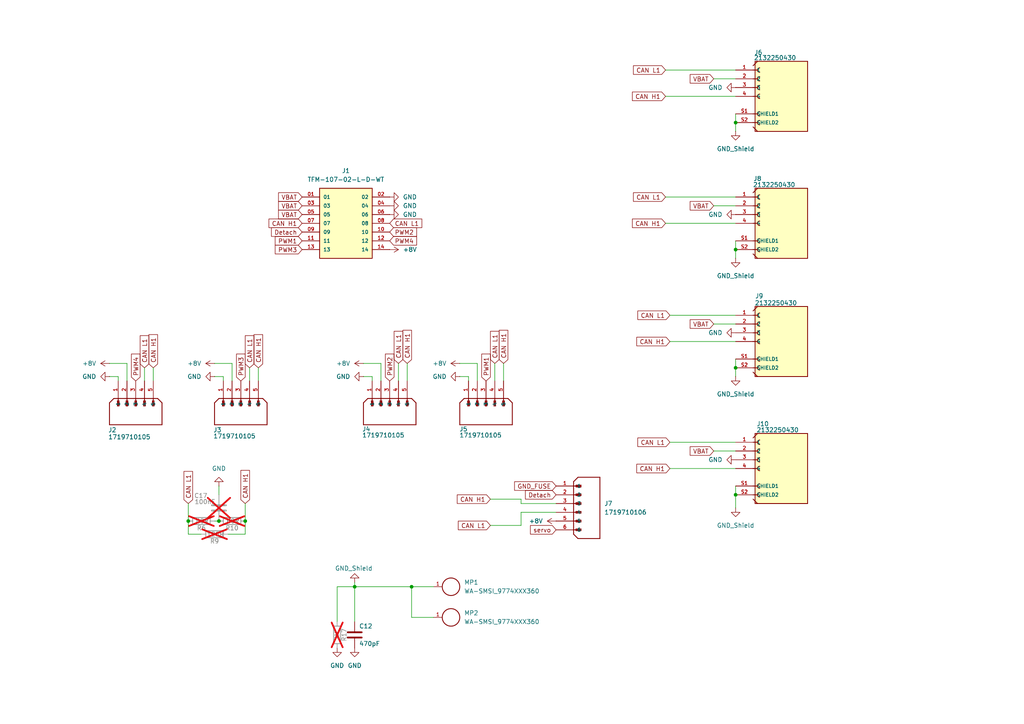
<source format=kicad_sch>
(kicad_sch (version 20231120) (generator "eeschema") (generator_version "8.0")
  (paper "A4")
  (title_block (title "PDB1.2") (date "2024-09-04") (rev "V1.2"))
  (lib_symbols
    (symbol "1719710105:1719710105" (pin_names (offset 1.016))
      (property "Reference" "J" (at 0 8.89 0))
      (property "Value" "1719710105" (at 0 -10.16 0))
      (symbol "1719710105_0_0"
        (polyline (pts (xy 0 -6.35) (xy 1.27 -7.62)) (stroke (width 0.254)))
        (polyline (pts (xy 0 -5.08) (xy 1.905 -5.08)) (stroke (width 0.254)))
        (polyline (pts (xy 0 -2.54) (xy 1.905 -2.54)) (stroke (width 0.254)))
        (polyline (pts (xy 0 0) (xy 1.905 0)) (stroke (width 0.254)))
        (polyline (pts (xy 0 2.54) (xy 1.905 2.54)) (stroke (width 0.254)))
        (polyline (pts (xy 0 5.08) (xy 0 -6.35)) (stroke (width 0.254)))
        (polyline (pts (xy 0 5.08) (xy 1.905 5.08)) (stroke (width 0.254)))
        (polyline (pts (xy 0 6.35) (xy 0 5.08)) (stroke (width 0.254)))
        (polyline (pts (xy 0 6.35) (xy 1.27 7.62)) (stroke (width 0.254)))
        (polyline (pts (xy 1.27 -7.62) (xy 7.62 -7.62)) (stroke (width 0.254)))
        (polyline (pts (xy 7.62 -7.62) (xy 7.62 7.62)) (stroke (width 0.254)))
        (polyline (pts (xy 7.62 7.62) (xy 1.27 7.62)) (stroke (width 0.254)))
        (rectangle (start 0.635 -5.3975) (end 2.2225 -4.7625) (stroke (width 0.1)) (fill (type outline)))
        (rectangle (start 0.635 -2.8575) (end 2.2225 -2.2225) (stroke (width 0.1)) (fill (type outline)))
        (rectangle (start 0.635 -0.3175) (end 2.2225 0.3175) (stroke (width 0.1)) (fill (type outline)))
        (rectangle (start 0.635 2.2225) (end 2.2225 2.8575) (stroke (width 0.1)) (fill (type outline)))
        (rectangle (start 0.635 4.7625) (end 2.2225 5.3975) (stroke (width 0.1)) (fill (type outline)))
        (pin passive line (at -5.08 5.08 0) (length 5.08) (name "1") (number "1"))
        (pin passive line (at -5.08 2.54 0) (length 5.08) (name "2") (number "2"))
        (pin passive line (at -5.08 0 0) (length 5.08) (name "3") (number "3"))
        (pin passive line (at -5.08 -2.54 0) (length 5.08) (name "4") (number "4"))
        (pin passive line (at -5.08 -5.08 0) (length 5.08) (name "5") (number "5"))
      )
    )
    (symbol "1719710106:1719710106" (pin_names (offset 1.016))
      (property "Reference" "J" (at 0 8.89 0))
      (property "Value" "1719710106" (at 0 -12.7 0))
      (symbol "1719710106_0_0"
        (polyline (pts (xy 0 -8.89) (xy 1.27 -10.16)) (stroke (width 0.254)))
        (polyline (pts (xy 0 -7.62) (xy 1.905 -7.62)) (stroke (width 0.254)))
        (polyline (pts (xy 0 -5.08) (xy 1.905 -5.08)) (stroke (width 0.254)))
        (polyline (pts (xy 0 -2.54) (xy 1.905 -2.54)) (stroke (width 0.254)))
        (polyline (pts (xy 0 0) (xy 1.905 0)) (stroke (width 0.254)))
        (polyline (pts (xy 0 2.54) (xy 1.905 2.54)) (stroke (width 0.254)))
        (polyline (pts (xy 0 5.08) (xy 0 -8.89)) (stroke (width 0.254)))
        (polyline (pts (xy 0 5.08) (xy 1.905 5.08)) (stroke (width 0.254)))
        (polyline (pts (xy 0 6.35) (xy 0 5.08)) (stroke (width 0.254)))
        (polyline (pts (xy 0 6.35) (xy 1.27 7.62)) (stroke (width 0.254)))
        (polyline (pts (xy 1.27 -10.16) (xy 7.62 -10.16)) (stroke (width 0.254)))
        (polyline (pts (xy 7.62 -10.16) (xy 7.62 7.62)) (stroke (width 0.254)))
        (polyline (pts (xy 7.62 7.62) (xy 1.27 7.62)) (stroke (width 0.254)))
        (rectangle (start 0.635 -7.9375) (end 2.2225 -7.3025) (stroke (width 0.1)) (fill (type outline)))
        (rectangle (start 0.635 -5.3975) (end 2.2225 -4.7625) (stroke (width 0.1)) (fill (type outline)))
        (rectangle (start 0.635 -2.8575) (end 2.2225 -2.2225) (stroke (width 0.1)) (fill (type outline)))
        (rectangle (start 0.635 -0.3175) (end 2.2225 0.3175) (stroke (width 0.1)) (fill (type outline)))
        (rectangle (start 0.635 2.2225) (end 2.2225 2.8575) (stroke (width 0.1)) (fill (type outline)))
        (rectangle (start 0.635 4.7625) (end 2.2225 5.3975) (stroke (width 0.1)) (fill (type outline)))
        (pin passive line (at -5.08 5.08 0) (length 5.08) (name "1") (number "1"))
        (pin passive line (at -5.08 2.54 0) (length 5.08) (name "2") (number "2"))
        (pin passive line (at -5.08 0 0) (length 5.08) (name "3") (number "3"))
        (pin passive line (at -5.08 -2.54 0) (length 5.08) (name "4") (number "4"))
        (pin passive line (at -5.08 -5.08 0) (length 5.08) (name "5") (number "5"))
        (pin passive line (at -5.08 -7.62 0) (length 5.08) (name "6") (number "6"))
      )
    )
    (symbol "2132250430:2132250430" (pin_names (offset 1.016))
      (property "Reference" "J" (at -7.62 11.43 0))
      (property "Value" "2132250430" (at -7.62 -12.7 0))
      (symbol "2132250430_0_0"
        (rectangle (start -8.1817 -10.16) (end 7.0583 10.16) (stroke (width 0.254)) (fill (type background)))
        (polyline (pts (xy 6.35 10.16) (xy 7.62 8.89)) (stroke (width 0.254)))
        (polyline (pts (xy 7.62 -8.89) (xy 6.35 -10.16)) (stroke (width 0.254)))
        (polyline (pts (xy 7.62 -7.62) (xy 6.35 -7.62)) (stroke (width 0.254)))
        (polyline (pts (xy 7.62 -5.08) (xy 6.35 -5.08)) (stroke (width 0.254)))
        (polyline (pts (xy 7.62 0) (xy 6.35 0)) (stroke (width 0.254)))
        (polyline (pts (xy 7.62 2.54) (xy 6.35 2.54)) (stroke (width 0.254)))
        (polyline (pts (xy 7.62 5.08) (xy 6.35 5.08)) (stroke (width 0.254)))
        (polyline (pts (xy 7.62 7.62) (xy 6.35 7.62)) (stroke (width 0.254)))
        (arc (start 5.715 -8.255) (mid 6.3472 -7.62) (end 5.715 -6.985) (stroke (width 0.254)))
        (arc (start 5.715 -5.715) (mid 6.3472 -5.08) (end 5.715 -4.445) (stroke (width 0.254)))
        (arc (start 5.715 -0.635) (mid 6.3472 0) (end 5.715 0.635) (stroke (width 0.254)))
        (arc (start 5.715 1.905) (mid 6.3472 2.54) (end 5.715 3.175) (stroke (width 0.254)))
        (arc (start 5.715 4.445) (mid 6.3472 5.08) (end 5.715 5.715) (stroke (width 0.254)))
        (arc (start 5.715 6.985) (mid 6.3472 7.62) (end 5.715 8.255) (stroke (width 0.254)))
        (pin passive line (at 12.7 7.62 180) (length 5.08) (name "1") (number "1"))
        (pin passive line (at 12.7 5.08 180) (length 5.08) (name "2") (number "2"))
        (pin passive line (at 12.7 2.54 180) (length 5.08) (name "3") (number "3"))
        (pin passive line (at 12.7 0 180) (length 5.08) (name "4") (number "4"))
        (pin passive line (at 12.7 -5.08 180) (length 5.08) (name "SHIELD1") (number "S1"))
        (pin passive line (at 12.7 -7.62 180) (length 5.08) (name "SHIELD2") (number "S2"))
      )
    )
    (symbol "9774120360R:WA-SMSI_9774XXX360" (pin_names (offset 1.016))
      (property "Reference" "MP" (at 0 3.556 0))
      (symbol "WA-SMSI_9774XXX360_0_0"
        (circle (center 0 0) (radius 2.54) (stroke (width 0.254)))
        (pin passive line (at -5.08 0 0) (length 2.54) (name "~") (number "1"))
      )
    )
    (symbol "Device:C" (pin_numbers hide) (pin_names (offset 0.254))
      (property "Reference" "C" (at 0.635 2.54 0))
      (property "Value" "C" (at 0.635 -2.54 0))
      (symbol "C_0_1"
        (polyline (pts (xy -2.032 -0.762) (xy 2.032 -0.762)) (stroke (width 0.508)))
        (polyline (pts (xy -2.032 0.762) (xy 2.032 0.762)) (stroke (width 0.508)))
      )
      (symbol "C_1_1"
        (pin passive line (at 0 3.81 270) (length 2.794) (name "~") (number "1"))
        (pin passive line (at 0 -3.81 90) (length 2.794) (name "~") (number "2"))
      )
    )
    (symbol "Device:R" (pin_numbers hide) (pin_names (offset 0))
      (property "Reference" "R" (at 2.032 0 90))
      (property "Value" "R" (at 0 0 90))
      (symbol "R_0_1"
        (rectangle (start -1.016 -2.54) (end 1.016 2.54) (stroke (width 0.254)))
      )
      (symbol "R_1_1"
        (pin passive line (at 0 3.81 270) (length 1.27) (name "~") (number "1"))
        (pin passive line (at 0 -3.81 90) (length 1.27) (name "~") (number "2"))
      )
    )
    (symbol "GND_1" (power) (pin_numbers hide) (pin_names (offset 0) hide)
      (property "Value" "GND" (at 0 -3.81 0))
      (symbol "GND_1_0_1"
        (polyline (pts (xy 0 0) (xy 0 -1.27) (xy 1.27 -1.27) (xy 0 -2.54) (xy -1.27 -1.27) (xy 0 -1.27)))
      )
      (symbol "GND_1_1_1"
        (pin power_in line (at 0 0 270) (length 0) (name "~") (number "1"))
      )
    )
    (symbol "TFM-107-02-L-D-WT:TFM-107-02-L-D-WT" (pin_names (offset 1.016))
      (property "Reference" "J" (at -8.12 11.276 0))
      (property "Value" "TFM-107-02-L-D-WT" (at -7.62 -12.7 0))
      (symbol "TFM-107-02-L-D-WT_0_0"
        (rectangle (start -7.62 -10.16) (end 7.62 10.16) (stroke (width 0.254)) (fill (type background)))
        (pin passive line (at -12.7 7.62 0) (length 5.08) (name "01") (number "01"))
        (pin passive line (at 12.7 7.62 180) (length 5.08) (name "02") (number "02"))
        (pin passive line (at -12.7 5.08 0) (length 5.08) (name "03") (number "03"))
        (pin passive line (at 12.7 5.08 180) (length 5.08) (name "04") (number "04"))
        (pin passive line (at -12.7 2.54 0) (length 5.08) (name "05") (number "05"))
        (pin passive line (at 12.7 2.54 180) (length 5.08) (name "06") (number "06"))
        (pin passive line (at -12.7 0 0) (length 5.08) (name "07") (number "07"))
        (pin passive line (at 12.7 0 180) (length 5.08) (name "08") (number "08"))
        (pin passive line (at -12.7 -2.54 0) (length 5.08) (name "09") (number "09"))
        (pin passive line (at 12.7 -2.54 180) (length 5.08) (name "10") (number "10"))
        (pin passive line (at -12.7 -5.08 0) (length 5.08) (name "11") (number "11"))
        (pin passive line (at 12.7 -5.08 180) (length 5.08) (name "12") (number "12"))
        (pin passive line (at -12.7 -7.62 0) (length 5.08) (name "13") (number "13"))
        (pin passive line (at 12.7 -7.62 180) (length 5.08) (name "14") (number "14"))
      )
    )
    (symbol "power:+8V" (power) (pin_numbers hide) (pin_names (offset 0) hide)
      (property "Value" "+8V" (at 0 3.556 0))
      (symbol "+8V_0_1"
        (polyline (pts (xy -0.762 1.27) (xy 0 2.54)))
        (polyline (pts (xy 0 0) (xy 0 2.54)))
        (polyline (pts (xy 0 2.54) (xy 0.762 1.27)))
      )
      (symbol "+8V_1_1"
        (pin power_in line (at 0 0 90) (length 0) (name "~") (number "1"))
      )
    )
  )
  (junction (at 119.38 170.18))
  (junction (at 71.12 151.13))
  (junction (at 213.36 106.68))
  (junction (at 54.61 151.13))
  (junction (at 102.87 170.18))
  (junction (at 63.5 151.13))
  (junction (at 213.36 143.51))
  (junction (at 213.36 35.56))
  (junction (at 213.36 72.39))
  (wire (pts (xy 58.42 154.94) (xy 54.61 154.94)))
  (wire (pts (xy 151.13 152.4) (xy 151.13 148.59)))
  (wire (pts (xy 62.23 151.13) (xy 63.5 151.13)))
  (wire (pts (xy 71.12 154.94) (xy 66.04 154.94)))
  (wire (pts (xy 97.79 170.18) (xy 102.87 170.18)))
  (wire (pts (xy 118.11 105.41) (xy 118.11 110.49)))
  (wire (pts (xy 151.13 144.78) (xy 151.13 146.05)))
  (wire (pts (xy 194.31 99.06) (xy 213.36 99.06)))
  (wire (pts (xy 110.49 105.41) (xy 110.49 110.49)))
  (wire (pts (xy 31.75 109.22) (xy 34.29 109.22)))
  (wire (pts (xy 151.13 146.05) (xy 161.29 146.05)))
  (wire (pts (xy 64.77 109.22) (xy 64.77 110.49)))
  (wire (pts (xy 71.12 146.05) (xy 71.12 151.13)))
  (wire (pts (xy 193.04 57.15) (xy 213.36 57.15)))
  (wire (pts (xy 194.31 128.27) (xy 213.36 128.27)))
  (wire (pts (xy 133.35 105.41) (xy 138.43 105.41)))
  (wire (pts (xy 142.24 152.4) (xy 151.13 152.4)))
  (wire (pts (xy 102.87 170.18) (xy 102.87 180.34)))
  (wire (pts (xy 194.31 91.44) (xy 213.36 91.44)))
  (wire (pts (xy 54.61 151.13) (xy 54.61 154.94)))
  (wire (pts (xy 207.01 130.81) (xy 213.36 130.81)))
  (wire (pts (xy 207.01 22.86) (xy 213.36 22.86)))
  (wire (pts (xy 63.5 140.97) (xy 63.5 143.51)))
  (wire (pts (xy 74.93 106.68) (xy 74.93 110.49)))
  (wire (pts (xy 213.36 104.14) (xy 213.36 106.68)))
  (wire (pts (xy 207.01 59.69) (xy 213.36 59.69)))
  (wire (pts (xy 135.89 109.22) (xy 135.89 110.49)))
  (wire (pts (xy 102.87 168.91) (xy 102.87 170.18)))
  (wire (pts (xy 119.38 170.18) (xy 125.73 170.18)))
  (wire (pts (xy 71.12 151.13) (xy 71.12 154.94)))
  (wire (pts (xy 107.95 109.22) (xy 107.95 110.49)))
  (wire (pts (xy 213.36 147.32) (xy 213.36 143.51)))
  (wire (pts (xy 193.04 64.77) (xy 213.36 64.77)))
  (wire (pts (xy 213.36 35.56) (xy 213.36 38.1)))
  (wire (pts (xy 143.51 105.41) (xy 143.51 110.49)))
  (wire (pts (xy 31.75 105.41) (xy 36.83 105.41)))
  (wire (pts (xy 194.31 135.89) (xy 213.36 135.89)))
  (wire (pts (xy 105.41 109.22) (xy 107.95 109.22)))
  (wire (pts (xy 62.23 105.41) (xy 67.31 105.41)))
  (wire (pts (xy 41.91 106.68) (xy 41.91 110.49)))
  (wire (pts (xy 142.24 144.78) (xy 151.13 144.78)))
  (wire (pts (xy 44.45 106.68) (xy 44.45 110.49)))
  (wire (pts (xy 146.05 105.41) (xy 146.05 110.49)))
  (wire (pts (xy 119.38 179.07) (xy 119.38 170.18)))
  (wire (pts (xy 207.01 93.98) (xy 213.36 93.98)))
  (wire (pts (xy 102.87 170.18) (xy 119.38 170.18)))
  (wire (pts (xy 34.29 109.22) (xy 34.29 110.49)))
  (wire (pts (xy 213.36 33.02) (xy 213.36 35.56)))
  (wire (pts (xy 62.23 109.22) (xy 64.77 109.22)))
  (wire (pts (xy 213.36 72.39) (xy 213.36 74.93)))
  (wire (pts (xy 54.61 146.05) (xy 54.61 151.13)))
  (wire (pts (xy 213.36 69.85) (xy 213.36 72.39)))
  (wire (pts (xy 115.57 105.41) (xy 115.57 110.49)))
  (wire (pts (xy 151.13 148.59) (xy 161.29 148.59)))
  (wire (pts (xy 36.83 105.41) (xy 36.83 110.49)))
  (wire (pts (xy 67.31 105.41) (xy 67.31 110.49)))
  (wire (pts (xy 138.43 105.41) (xy 138.43 110.49)))
  (wire (pts (xy 133.35 109.22) (xy 135.89 109.22)))
  (wire (pts (xy 193.04 27.94) (xy 213.36 27.94)))
  (wire (pts (xy 213.36 106.68) (xy 213.36 109.22)))
  (wire (pts (xy 125.73 179.07) (xy 119.38 179.07)))
  (wire (pts (xy 213.36 140.97) (xy 213.36 143.51)))
  (wire (pts (xy 105.41 105.41) (xy 110.49 105.41)))
  (wire (pts (xy 72.39 106.68) (xy 72.39 110.49)))
  (wire (pts (xy 193.04 20.32) (xy 213.36 20.32)))
  (wire (pts (xy 97.79 180.34) (xy 97.79 170.18)))
  (global_label "CAN H1" (shape input) (at 44.45 106.68 90) (property "Intersheetrefs" "${INTERSHEET_REFS}" (effects (hide yes))))
  (global_label "PWM2" (shape input) (at 113.03 67.31 0) (property "Intersheetrefs" "${INTERSHEET_REFS}" (effects (hide yes))))
  (global_label "VBAT" (shape input) (at 207.01 59.69 180) (property "Intersheetrefs" "${INTERSHEET_REFS}" (effects (hide yes))))
  (global_label "PWM1" (shape input) (at 87.63 69.85 180) (property "Intersheetrefs" "${INTERSHEET_REFS}" (effects (hide yes))))
  (global_label "CAN H1" (shape input) (at 193.04 64.77 180) (property "Intersheetrefs" "${INTERSHEET_REFS}" (effects (hide yes))))
  (global_label "CAN L1" (shape input) (at 193.04 20.32 180) (property "Intersheetrefs" "${INTERSHEET_REFS}" (effects (hide yes))))
  (global_label "VBAT" (shape input) (at 87.63 57.15 180) (property "Intersheetrefs" "${INTERSHEET_REFS}" (effects (hide yes))))
  (global_label "VBAT" (shape input) (at 207.01 22.86 180) (property "Intersheetrefs" "${INTERSHEET_REFS}" (effects (hide yes))))
  (global_label "CAN L1" (shape input) (at 194.31 128.27 180) (property "Intersheetrefs" "${INTERSHEET_REFS}" (effects (hide yes))))
  (global_label "CAN L1" (shape input) (at 72.39 106.68 90) (property "Intersheetrefs" "${INTERSHEET_REFS}" (effects (hide yes))))
  (global_label "CAN L1" (shape input) (at 113.03 64.77 0) (property "Intersheetrefs" "${INTERSHEET_REFS}" (effects (hide yes))))
  (global_label "CAN H1" (shape input) (at 142.24 144.78 180) (property "Intersheetrefs" "${INTERSHEET_REFS}" (effects (hide yes))))
  (global_label "VBAT" (shape input) (at 87.63 62.23 180) (property "Intersheetrefs" "${INTERSHEET_REFS}" (effects (hide yes))))
  (global_label "PWM2" (shape input) (at 113.03 110.49 90) (property "Intersheetrefs" "${INTERSHEET_REFS}" (effects (hide yes))))
  (global_label "VBAT" (shape input) (at 207.01 130.81 180) (property "Intersheetrefs" "${INTERSHEET_REFS}" (effects (hide yes))))
  (global_label "VBAT" (shape input) (at 207.01 93.98 180) (property "Intersheetrefs" "${INTERSHEET_REFS}" (effects (hide yes))))
  (global_label "CAN L1" (shape input) (at 115.57 105.41 90) (property "Intersheetrefs" "${INTERSHEET_REFS}" (effects (hide yes))))
  (global_label "CAN L1" (shape input) (at 143.51 105.41 90) (property "Intersheetrefs" "${INTERSHEET_REFS}" (effects (hide yes))))
  (global_label "CAN H1" (shape input) (at 193.04 27.94 180) (property "Intersheetrefs" "${INTERSHEET_REFS}" (effects (hide yes))))
  (global_label "Detach" (shape input) (at 161.29 143.51 180) (property "Intersheetrefs" "${INTERSHEET_REFS}" (effects (hide yes))))
  (global_label "CAN L1" (shape input) (at 41.91 106.68 90) (property "Intersheetrefs" "${INTERSHEET_REFS}" (effects (hide yes))))
  (global_label "GND_FUSE" (shape input) (at 161.29 140.97 180) (property "Intersheetrefs" "${INTERSHEET_REFS}" (effects (hide yes))))
  (global_label "CAN H1" (shape input) (at 194.31 99.06 180) (property "Intersheetrefs" "${INTERSHEET_REFS}" (effects (hide yes))))
  (global_label "servo" (shape input) (at 161.29 153.67 180) (property "Intersheetrefs" "${INTERSHEET_REFS}" (effects (hide yes))))
  (global_label "PWM3" (shape input) (at 87.63 72.39 180) (property "Intersheetrefs" "${INTERSHEET_REFS}" (effects (hide yes))))
  (global_label "CAN L1" (shape input) (at 54.61 146.05 90) (property "Intersheetrefs" "${INTERSHEET_REFS}" (effects (hide yes))))
  (global_label "CAN L1" (shape input) (at 194.31 91.44 180) (property "Intersheetrefs" "${INTERSHEET_REFS}" (effects (hide yes))))
  (global_label "PWM4" (shape input) (at 113.03 69.85 0) (property "Intersheetrefs" "${INTERSHEET_REFS}" (effects (hide yes))))
  (global_label "PWM3" (shape input) (at 69.85 110.49 90) (property "Intersheetrefs" "${INTERSHEET_REFS}" (effects (hide yes))))
  (global_label "CAN L1" (shape input) (at 193.04 57.15 180) (property "Intersheetrefs" "${INTERSHEET_REFS}" (effects (hide yes))))
  (global_label "PWM4" (shape input) (at 39.37 110.49 90) (property "Intersheetrefs" "${INTERSHEET_REFS}" (effects (hide yes))))
  (global_label "Detach" (shape input) (at 87.63 67.31 180) (property "Intersheetrefs" "${INTERSHEET_REFS}" (effects (hide yes))))
  (global_label "CAN H1" (shape input) (at 118.11 105.41 90) (property "Intersheetrefs" "${INTERSHEET_REFS}" (effects (hide yes))))
  (global_label "CAN H1" (shape input) (at 71.12 146.05 90) (property "Intersheetrefs" "${INTERSHEET_REFS}" (effects (hide yes))))
  (global_label "PWM1" (shape input) (at 140.97 110.49 90) (property "Intersheetrefs" "${INTERSHEET_REFS}" (effects (hide yes))))
  (global_label "CAN H1" (shape input) (at 146.05 105.41 90) (property "Intersheetrefs" "${INTERSHEET_REFS}" (effects (hide yes))))
  (global_label "CAN H1" (shape input) (at 194.31 135.89 180) (property "Intersheetrefs" "${INTERSHEET_REFS}" (effects (hide yes))))
  (global_label "VBAT" (shape input) (at 87.63 59.69 180) (property "Intersheetrefs" "${INTERSHEET_REFS}" (effects (hide yes))))
  (global_label "CAN H1" (shape input) (at 74.93 106.68 90) (property "Intersheetrefs" "${INTERSHEET_REFS}" (effects (hide yes))))
  (global_label "CAN H1" (shape input) (at 87.63 64.77 180) (property "Intersheetrefs" "${INTERSHEET_REFS}" (effects (hide yes))))
  (global_label "CAN L1" (shape input) (at 142.24 152.4 180) (property "Intersheetrefs" "${INTERSHEET_REFS}" (effects (hide yes))))
  (symbol (lib_name "GND_1") (lib_id "power:GND") (at 63.5 140.97 180) (unit 1)
    (property "Reference" "#PWR049" (effects (hide yes)))
    (property "Value" "GND" (at 63.5 135.89 0))
    (property "Description" "Power symbol creates a global label with name \"GND\" , ground" (effects (hide yes)))
  )
  (symbol (lib_id "power:+8V") (at 62.23 105.41 90) (unit 1)
    (property "Reference" "#PWR037" (effects (hide yes)))
    (property "Value" "+8V" (at 58.42 105.4099 90) (effects (justify left)))
    (property "Description" "Power symbol creates a global label with name \"+8V\"" (effects (hide yes)))
  )
  (symbol (lib_name "GND_1") (lib_id "power:GND") (at 113.03 57.15 90) (unit 1)
    (property "Reference" "#PWR023" (effects (hide yes)))
    (property "Value" "GND" (at 116.84 57.1499 90) (effects (justify right)))
    (property "Description" "Power symbol creates a global label with name \"GND\" , ground" (effects (hide yes)))
  )
  (symbol (lib_name "GND_1") (lib_id "power:GND") (at 113.03 62.23 90) (unit 1)
    (property "Reference" "#PWR034" (effects (hide yes)))
    (property "Value" "GND" (at 116.84 62.2299 90) (effects (justify right)))
    (property "Description" "Power symbol creates a global label with name \"GND\" , ground" (effects (hide yes)))
  )
  (symbol (lib_id "2132250430:2132250430") (at 226.06 135.89 0) (mirror y) (unit 1)
    (property "Reference" "J10" (at 221.234 122.936 0))
    (property "Value" "2132250430" (at 225.552 124.714 0))
    (property "Footprint" "2132250430:MOLEX_2132250430" (effects (hide yes)))
    (property "PARTREV" "D" (effects (hide yes)))
    (property "STANDARD" "Manufacturer Recommendations" (effects (hide yes)))
    (property "MAXIMUM_PACKAGE_HEIGHT" "7.3 mm" (effects (hide yes)))
    (property "MANUFACTURER" "Molex" (effects (hide yes)))
  )
  (symbol (lib_id "9774120360R:WA-SMSI_9774XXX360") (at 130.81 170.18 0) (unit 1)
    (property "Reference" "MP1" (at 134.62 168.9099 0) (effects (justify left)))
    (property "Value" "WA-SMSI_9774XXX360" (at 134.62 171.4499 0) (effects (justify left)))
    (property "Footprint" "9774120360R:WA-SMSI_9774120360" (effects (hide yes)))
    (property "THREAD" "M3" (effects (hide yes)))
    (property "INNER-DIAMETER" "4.2mm" (effects (hide yes)))
    (property "PIN-LENGTH" "12mm" (effects (hide yes)))
    (property "INNER-THREAD-LENGTH" "-" (effects (hide yes)))
    (property "VALUE" "M3 x 12mm" (effects (hide yes)))
    (property "DATASHEET-URL" "https://www.we-online.com/catalog/datasheet/9774120360R.pdf" (effects (hide yes)))
    (property "PART-NUMBER" "9774120360R" (effects (hide yes)))
    (property "OUTER-DIAMETER" "6mm" (effects (hide yes)))
  )
  (symbol (lib_name "GND_1") (lib_id "power:GND") (at 97.79 187.96 0) (unit 1)
    (property "Reference" "#PWR032" (effects (hide yes)))
    (property "Value" "GND" (at 97.79 193.04 0))
    (property "Description" "Power symbol creates a global label with name \"GND\" , ground" (effects (hide yes)))
  )
  (symbol (lib_id "power:+8V") (at 133.35 105.41 90) (unit 1)
    (property "Reference" "#PWR035" (effects (hide yes)))
    (property "Value" "+8V" (at 129.54 105.4099 90) (effects (justify left)))
    (property "Description" "Power symbol creates a global label with name \"+8V\"" (effects (hide yes)))
  )
  (symbol (lib_id "power:+8V") (at 105.41 105.41 90) (unit 1)
    (property "Reference" "#PWR036" (effects (hide yes)))
    (property "Value" "+8V" (at 101.6 105.4099 90) (effects (justify left)))
    (property "Description" "Power symbol creates a global label with name \"+8V\"" (effects (hide yes)))
  )
  (symbol (lib_id "1719710105:1719710105") (at 69.85 115.57 90) (mirror x) (unit 1)
    (property "Reference" "J3" (at 64.262 124.714 90) (effects (justify left)))
    (property "Value" "1719710105" (at 74.168 126.492 90) (effects (justify left)))
    (property "Footprint" "1719710105:MOLEX_1719710105" (effects (hide yes)))
    (property "PARTREV" "C1" (effects (hide yes)))
    (property "STANDARD" "Manufacturer Recommendations" (effects (hide yes)))
    (property "MAXIMUM_PACKAGE_HEIGHT" "11.8 mm" (effects (hide yes)))
    (property "MANUFACTURER" "Molex" (effects (hide yes)))
  )
  (symbol (lib_name "GND_1") (lib_id "power:GND") (at 213.36 147.32 0) (unit 1)
    (property "Reference" "#PWR030" (effects (hide yes)))
    (property "Value" "GND_Shield" (at 213.36 152.4 0))
    (property "Description" "Power symbol creates a global label with name \"GND\" , ground" (effects (hide yes)))
  )
  (symbol (lib_id "2132250430:2132250430") (at 226.06 64.77 0) (mirror y) (unit 1)
    (property "Reference" "J8" (at 219.71 51.816 0))
    (property "Value" "2132250430" (at 224.536 53.594 0))
    (property "Footprint" "2132250430:MOLEX_2132250430" (effects (hide yes)))
    (property "PARTREV" "D" (effects (hide yes)))
    (property "STANDARD" "Manufacturer Recommendations" (effects (hide yes)))
    (property "MAXIMUM_PACKAGE_HEIGHT" "7.3 mm" (effects (hide yes)))
    (property "MANUFACTURER" "Molex" (effects (hide yes)))
  )
  (symbol (lib_name "GND_1") (lib_id "power:GND") (at 213.36 38.1 0) (unit 1)
    (property "Reference" "#PWR019" (effects (hide yes)))
    (property "Value" "GND_Shield" (at 213.36 43.18 0))
    (property "Description" "Power symbol creates a global label with name \"GND\" , ground" (effects (hide yes)))
  )
  (symbol (lib_name "GND_1") (lib_id "power:GND") (at 62.23 109.22 270) (unit 1)
    (property "Reference" "#PWR041" (effects (hide yes)))
    (property "Value" "GND" (at 58.42 109.2199 90) (effects (justify right)))
    (property "Description" "Power symbol creates a global label with name \"GND\" , ground" (effects (hide yes)))
  )
  (symbol (lib_name "GND_1") (lib_id "power:GND") (at 213.36 133.35 270) (unit 1)
    (property "Reference" "#PWR031" (effects (hide yes)))
    (property "Value" "GND" (at 209.55 133.3499 90) (effects (justify right)))
    (property "Description" "Power symbol creates a global label with name \"GND\" , ground" (effects (hide yes)))
  )
  (symbol (lib_id "Device:R") (at 58.42 151.13 270) (unit 1) (dnp yes)
    (property "Reference" "R6" (at 58.42 153.162 90))
    (property "Value" "60R" (at 58.674 151.13 90))
    (property "Footprint" "Resistor_SMD:R_0402_1005Metric" (effects (hide yes)))
    (property "Datasheet" "https://wmsc.lcsc.com/wmsc/upload/file/pdf/v2/lcsc/2205311900_UNI-ROYAL-Uniroyal-Elec-0402WGF1200TCE_C25079.pdf" (effects (hide yes)))
    (property "Description" "62.5mW Thick Film Resistors 50V ±100ppm/℃ ±1% 120Ω 0402  Chip Resistor - Surface Mount ROHS" (effects (hide yes)))
    (property "MANUFACTURER" "UNI-ROYAL(Uniroyal Elec)" (effects (hide yes)))
    (property "PART NUMBER" "CS02W8J060LTCE" (effects (hide yes)))
    (property "ALTIUM_VALUE" "100k" (effects (hide yes)))
  )
  (symbol (lib_id "1719710106:1719710106") (at 166.37 146.05 0) (unit 1)
    (property "Reference" "J7" (at 175.26 146.0499 0) (effects (justify left)))
    (property "Value" "1719710106" (at 175.26 148.5899 0) (effects (justify left)))
    (property "Footprint" "1719710106:MOLEX_1719710106" (effects (hide yes)))
    (property "PARTREV" "C1" (effects (hide yes)))
    (property "STANDARD" "Manufacturer Recommendations" (effects (hide yes)))
    (property "MAXIMUM_PACKAGE_HEIGHT" "11.8 mm" (effects (hide yes)))
    (property "MANUFACTURER" "Molex" (effects (hide yes)))
  )
  (symbol (lib_id "2132250430:2132250430") (at 226.06 99.06 0) (mirror y) (unit 1)
    (property "Reference" "J9" (at 220.218 85.852 0))
    (property "Value" "2132250430" (at 225.044 87.884 0))
    (property "Footprint" "2132250430:MOLEX_2132250430" (effects (hide yes)))
    (property "PARTREV" "D" (effects (hide yes)))
    (property "STANDARD" "Manufacturer Recommendations" (effects (hide yes)))
    (property "MAXIMUM_PACKAGE_HEIGHT" "7.3 mm" (effects (hide yes)))
    (property "MANUFACTURER" "Molex" (effects (hide yes)))
  )
  (symbol (lib_id "power:+8V") (at 161.29 151.13 90) (unit 1)
    (property "Reference" "#PWR033" (effects (hide yes)))
    (property "Value" "+8V" (at 157.48 151.1299 90) (effects (justify left)))
    (property "Description" "Power symbol creates a global label with name \"+8V\"" (effects (hide yes)))
  )
  (symbol (lib_name "GND_1") (lib_id "power:GND") (at 113.03 59.69 90) (unit 1)
    (property "Reference" "#PWR025" (effects (hide yes)))
    (property "Value" "GND" (at 116.84 59.6899 90) (effects (justify right)))
    (property "Description" "Power symbol creates a global label with name \"GND\" , ground" (effects (hide yes)))
  )
  (symbol (lib_id "Device:R") (at 97.79 184.15 0) (unit 1) (dnp yes)
    (property "Reference" "R17" (at 99.822 184.15 90))
    (property "Value" "2M" (at 97.79 184.404 90))
    (property "Footprint" "Capacitor_SMD:C_1206_3216Metric" (effects (hide yes)))
    (property "Datasheet" "https://wmsc.lcsc.com/wmsc/upload/file/pdf/v2/lcsc/2206010030_UNI-ROYAL-Uniroyal-Elec-1206W4F2004T5E_C26120.pdf" (effects (hide yes)))
    (property "Description" "250mW Thick Film Resistors 200V ±100ppm/℃ ±1% 2MΩ 1206  Chip Resistor - Surface Mount ROHS" (effects (hide yes)))
    (property "MANUFACTURER" "UNI-ROYAL(Uniroyal Elec)" (effects (hide yes)))
    (property "PART NUMBER" "1206W4F2004T5E" (effects (hide yes)))
    (property "ALTIUM_VALUE" "100k" (effects (hide yes)))
  )
  (symbol (lib_name "GND_1") (lib_id "power:GND") (at 213.36 109.22 0) (unit 1)
    (property "Reference" "#PWR028" (effects (hide yes)))
    (property "Value" "GND_Shield" (at 213.36 114.3 0))
    (property "Description" "Power symbol creates a global label with name \"GND\" , ground" (effects (hide yes)))
  )
  (symbol (lib_id "Device:R") (at 67.31 151.13 270) (unit 1) (dnp yes)
    (property "Reference" "R10" (at 67.31 153.162 90))
    (property "Value" "60R" (at 67.564 151.13 90))
    (property "Footprint" "Resistor_SMD:R_0402_1005Metric" (effects (hide yes)))
    (property "Datasheet" "https://wmsc.lcsc.com/wmsc/upload/file/pdf/v2/lcsc/2205311900_UNI-ROYAL-Uniroyal-Elec-0402WGF1200TCE_C25079.pdf" (effects (hide yes)))
    (property "Description" "62.5mW Thick Film Resistors 50V ±100ppm/℃ ±1% 120Ω 0402  Chip Resistor - Surface Mount ROHS" (effects (hide yes)))
    (property "MANUFACTURER" "UNI-ROYAL(Uniroyal Elec)" (effects (hide yes)))
    (property "PART NUMBER" "CS02W8J060LTCE" (effects (hide yes)))
    (property "ALTIUM_VALUE" "100k" (effects (hide yes)))
  )
  (symbol (lib_id "1719710105:1719710105") (at 39.37 115.57 90) (mirror x) (unit 1)
    (property "Reference" "J2" (at 33.782 124.714 90) (effects (justify left)))
    (property "Value" "1719710105" (at 43.688 126.746 90) (effects (justify left)))
    (property "Footprint" "1719710105:MOLEX_1719710105" (effects (hide yes)))
    (property "PARTREV" "C1" (effects (hide yes)))
    (property "STANDARD" "Manufacturer Recommendations" (effects (hide yes)))
    (property "MAXIMUM_PACKAGE_HEIGHT" "11.8 mm" (effects (hide yes)))
    (property "MANUFACTURER" "Molex" (effects (hide yes)))
  )
  (symbol (lib_id "Device:C") (at 63.5 147.32 180) (unit 1) (dnp yes)
    (property "Reference" "C17" (at 60.198 143.764 0) (effects (justify left)))
    (property "Value" "100nF" (at 62.484 145.542 0) (effects (justify left)))
    (property "Footprint" "Capacitor_SMD:C_0201_0603Metric" (effects (hide yes)))
    (property "Datasheet" "https://wmsc.lcsc.com/wmsc/upload/file/pdf/v2/lcsc/2304140030_Samsung-Electro-Mechanics-CL32A107MPVNNNE_C23742.pdf" (effects (hide yes)))
    (property "Description" "10V 100uF X5R ±20% 1210  Multilayer Ceramic Capacitors MLCC - SMD/SMT ROHS" (effects (hide yes)))
    (property "Part" "CL32A107MPVNNNE" (effects (hide yes)))
  )
  (symbol (lib_id "Device:R") (at 62.23 154.94 270) (unit 1) (dnp yes)
    (property "Reference" "R9" (at 62.23 156.972 90))
    (property "Value" "120R" (at 62.484 154.94 90))
    (property "Footprint" "Resistor_SMD:R_0402_1005Metric" (effects (hide yes)))
    (property "Datasheet" "https://wmsc.lcsc.com/wmsc/upload/file/pdf/v2/lcsc/2205311900_UNI-ROYAL-Uniroyal-Elec-0402WGF1200TCE_C25079.pdf" (effects (hide yes)))
    (property "Description" "62.5mW Thick Film Resistors 50V ±100ppm/℃ ±1% 120Ω 0402  Chip Resistor - Surface Mount ROHS" (effects (hide yes)))
    (property "MANUFACTURER" "UNI-ROYAL(Uniroyal Elec)" (effects (hide yes)))
    (property "PART NUMBER" "0402WGF1200TCE" (effects (hide yes)))
    (property "ALTIUM_VALUE" "100k" (effects (hide yes)))
  )
  (symbol (lib_id "1719710105:1719710105") (at 113.03 115.57 90) (mirror x) (unit 1)
    (property "Reference" "J4" (at 107.442 124.46 90) (effects (justify left)))
    (property "Value" "1719710105" (at 117.348 126.238 90) (effects (justify left)))
    (property "Footprint" "1719710105:MOLEX_1719710105" (effects (hide yes)))
    (property "PARTREV" "C1" (effects (hide yes)))
    (property "STANDARD" "Manufacturer Recommendations" (effects (hide yes)))
    (property "MAXIMUM_PACKAGE_HEIGHT" "11.8 mm" (effects (hide yes)))
    (property "MANUFACTURER" "Molex" (effects (hide yes)))
  )
  (symbol (lib_id "1719710105:1719710105") (at 140.97 115.57 90) (mirror x) (unit 1)
    (property "Reference" "J5" (at 135.636 124.46 90) (effects (justify left)))
    (property "Value" "1719710105" (at 145.542 126.238 90) (effects (justify left)))
    (property "Footprint" "1719710105:MOLEX_1719710105" (effects (hide yes)))
    (property "PARTREV" "C1" (effects (hide yes)))
    (property "STANDARD" "Manufacturer Recommendations" (effects (hide yes)))
    (property "MAXIMUM_PACKAGE_HEIGHT" "11.8 mm" (effects (hide yes)))
    (property "MANUFACTURER" "Molex" (effects (hide yes)))
  )
  (symbol (lib_name "GND_1") (lib_id "power:GND") (at 213.36 74.93 0) (unit 1)
    (property "Reference" "#PWR022" (effects (hide yes)))
    (property "Value" "GND_Shield" (at 213.36 80.01 0))
    (property "Description" "Power symbol creates a global label with name \"GND\" , ground" (effects (hide yes)))
  )
  (symbol (lib_name "GND_1") (lib_id "power:GND") (at 102.87 187.96 0) (unit 1)
    (property "Reference" "#PWR09" (effects (hide yes)))
    (property "Value" "GND" (at 102.87 193.04 0))
    (property "Description" "Power symbol creates a global label with name \"GND\" , ground" (effects (hide yes)))
  )
  (symbol (lib_id "TFM-107-02-L-D-WT:TFM-107-02-L-D-WT") (at 100.33 64.77 0) (unit 1)
    (property "Reference" "J1" (at 100.33 49.53 0))
    (property "Value" "TFM-107-02-L-D-WT" (at 100.33 52.07 0))
    (property "Footprint" "TFM-107-02-L-D-WT:SAMTEC_TFM-107-02-L-D-WT" (effects (hide yes)))
    (property "PARTREV" "Q" (effects (hide yes)))
    (property "MANUFACTURER" "SAMTEC" (effects (hide yes)))
    (property "STANDARD" "Manufacturer Recommendations" (effects (hide yes)))
  )
  (symbol (lib_name "GND_1") (lib_id "power:GND") (at 213.36 62.23 270) (unit 1)
    (property "Reference" "#PWR026" (effects (hide yes)))
    (property "Value" "GND" (at 209.55 62.2299 90) (effects (justify right)))
    (property "Description" "Power symbol creates a global label with name \"GND\" , ground" (effects (hide yes)))
  )
  (symbol (lib_name "GND_1") (lib_id "power:GND") (at 213.36 96.52 270) (unit 1)
    (property "Reference" "#PWR029" (effects (hide yes)))
    (property "Value" "GND" (at 209.55 96.5199 90) (effects (justify right)))
    (property "Description" "Power symbol creates a global label with name \"GND\" , ground" (effects (hide yes)))
  )
  (symbol (lib_name "GND_1") (lib_id "power:GND") (at 105.41 109.22 270) (unit 1)
    (property "Reference" "#PWR040" (effects (hide yes)))
    (property "Value" "GND" (at 101.6 109.2199 90) (effects (justify right)))
    (property "Description" "Power symbol creates a global label with name \"GND\" , ground" (effects (hide yes)))
  )
  (symbol (lib_name "GND_1") (lib_id "power:GND") (at 31.75 109.22 270) (unit 1)
    (property "Reference" "#PWR042" (effects (hide yes)))
    (property "Value" "GND" (at 27.94 109.2199 90) (effects (justify right)))
    (property "Description" "Power symbol creates a global label with name \"GND\" , ground" (effects (hide yes)))
  )
  (symbol (lib_id "2132250430:2132250430") (at 226.06 27.94 0) (mirror y) (unit 1)
    (property "Reference" "J6" (at 219.964 15.24 0))
    (property "Value" "2132250430" (at 224.79 16.764 0))
    (property "Footprint" "2132250430:MOLEX_2132250430" (effects (hide yes)))
    (property "PARTREV" "D" (effects (hide yes)))
    (property "STANDARD" "Manufacturer Recommendations" (effects (hide yes)))
    (property "MAXIMUM_PACKAGE_HEIGHT" "7.3 mm" (effects (hide yes)))
    (property "MANUFACTURER" "Molex" (effects (hide yes)))
  )
  (symbol (lib_id "9774120360R:WA-SMSI_9774XXX360") (at 130.81 179.07 0) (unit 1)
    (property "Reference" "MP2" (at 134.62 177.7999 0) (effects (justify left)))
    (property "Value" "WA-SMSI_9774XXX360" (at 134.62 180.3399 0) (effects (justify left)))
    (property "Footprint" "9774120360R:WA-SMSI_9774120360" (effects (hide yes)))
    (property "THREAD" "M3" (effects (hide yes)))
    (property "INNER-DIAMETER" "4.2mm" (effects (hide yes)))
    (property "PIN-LENGTH" "12mm" (effects (hide yes)))
    (property "INNER-THREAD-LENGTH" "-" (effects (hide yes)))
    (property "VALUE" "M3 x 12mm" (effects (hide yes)))
    (property "DATASHEET-URL" "https://www.we-online.com/catalog/datasheet/9774120360R.pdf" (effects (hide yes)))
    (property "PART-NUMBER" "9774120360R" (effects (hide yes)))
    (property "OUTER-DIAMETER" "6mm" (effects (hide yes)))
  )
  (symbol (lib_name "GND_1") (lib_id "power:GND") (at 133.35 109.22 270) (unit 1)
    (property "Reference" "#PWR039" (effects (hide yes)))
    (property "Value" "GND" (at 129.54 109.2199 90) (effects (justify right)))
    (property "Description" "Power symbol creates a global label with name \"GND\" , ground" (effects (hide yes)))
  )
  (symbol (lib_id "Device:C") (at 102.87 184.15 0) (unit 1)
    (property "Reference" "C12" (at 104.14 181.61 0) (effects (justify left)))
    (property "Value" "470pF" (at 104.14 186.69 0) (effects (justify left)))
    (property "Footprint" "Capacitor_SMD:C_1206_3216Metric" (effects (hide yes)))
    (property "Datasheet" "https://wmsc.lcsc.com/wmsc/upload/file/pdf/v2/lcsc/2208181800_FOJAN-FCC1206B471K102DT_C5137622.pdf" (effects (hide yes)))
    (property "Description" "1kV 470pF X7R ±10% 1206  Multilayer Ceramic Capacitors MLCC - SMD/SMT ROHS" (effects (hide yes)))
    (property "Part" "FCC1206B471K102DT" (effects (hide yes)))
  )
  (symbol (lib_name "GND_1") (lib_id "power:GND") (at 102.87 168.91 180) (unit 1)
    (property "Reference" "#PWR07" (effects (hide yes)))
    (property "Value" "GND_Shield" (at 102.616 164.846 0))
    (property "Description" "Power symbol creates a global label with name \"GND\" , ground" (effects (hide yes)))
  )
  (symbol (lib_id "power:+8V") (at 113.03 72.39 270) (unit 1)
    (property "Reference" "#PWR043" (effects (hide yes)))
    (property "Value" "+8V" (at 116.84 72.3899 90) (effects (justify left)))
    (property "Description" "Power symbol creates a global label with name \"+8V\"" (effects (hide yes)))
  )
  (symbol (lib_name "GND_1") (lib_id "power:GND") (at 213.36 25.4 270) (unit 1)
    (property "Reference" "#PWR027" (effects (hide yes)))
    (property "Value" "GND" (at 209.55 25.3999 90) (effects (justify right)))
    (property "Description" "Power symbol creates a global label with name \"GND\" , ground" (effects (hide yes)))
  )
  (symbol (lib_id "power:+8V") (at 31.75 105.41 90) (unit 1)
    (property "Reference" "#PWR038" (effects (hide yes)))
    (property "Value" "+8V" (at 27.94 105.4099 90) (effects (justify left)))
    (property "Description" "Power symbol creates a global label with name \"+8V\"" (effects (hide yes)))
  )
)
</source>
